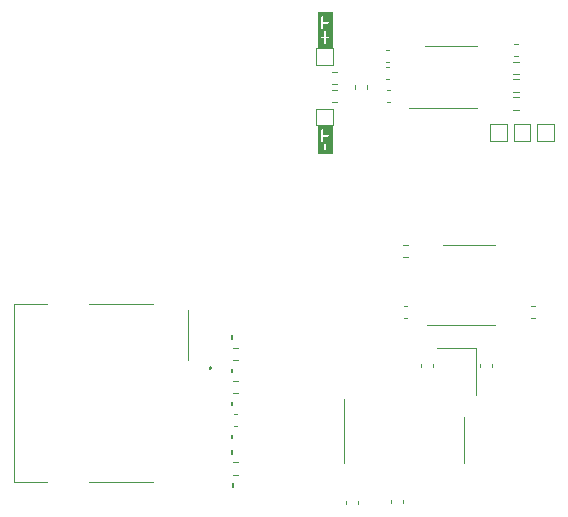
<source format=gbr>
%TF.GenerationSoftware,KiCad,Pcbnew,(7.0.0)*%
%TF.CreationDate,2024-01-17T09:10:34+05:30*%
%TF.ProjectId,Temperature Thing With Thermocouple,54656d70-6572-4617-9475-726520546869,rev?*%
%TF.SameCoordinates,Original*%
%TF.FileFunction,Legend,Bot*%
%TF.FilePolarity,Positive*%
%FSLAX46Y46*%
G04 Gerber Fmt 4.6, Leading zero omitted, Abs format (unit mm)*
G04 Created by KiCad (PCBNEW (7.0.0)) date 2024-01-17 09:10:34*
%MOMM*%
%LPD*%
G01*
G04 APERTURE LIST*
%ADD10C,0.125000*%
%ADD11C,0.120000*%
%ADD12C,0.200000*%
%ADD13C,0.100000*%
G04 APERTURE END LIST*
D10*
G36*
X147935936Y-78387092D02*
G01*
X146665592Y-78387092D01*
X146665592Y-77512317D01*
X146995949Y-77512317D01*
X146996627Y-77522117D01*
X146999133Y-77532856D01*
X147003486Y-77542847D01*
X147009685Y-77552091D01*
X147015244Y-77558235D01*
X147022771Y-77564709D01*
X147032292Y-77570569D01*
X147042607Y-77574607D01*
X147053716Y-77576821D01*
X147062138Y-77577286D01*
X147230422Y-77577286D01*
X147230422Y-77989812D01*
X147231109Y-78000036D01*
X147233169Y-78009641D01*
X147237310Y-78020066D01*
X147243321Y-78029650D01*
X147249961Y-78037195D01*
X147257506Y-78043835D01*
X147267090Y-78049846D01*
X147277515Y-78053987D01*
X147287120Y-78056047D01*
X147297344Y-78056734D01*
X147307577Y-78056047D01*
X147317208Y-78053987D01*
X147327685Y-78049846D01*
X147337344Y-78043835D01*
X147344972Y-78037195D01*
X147351612Y-78029650D01*
X147357623Y-78020066D01*
X147361763Y-78009641D01*
X147363824Y-78000036D01*
X147364511Y-77989812D01*
X147364511Y-77577286D01*
X147537435Y-77577286D01*
X147547768Y-77576616D01*
X147557516Y-77574607D01*
X147568152Y-77570569D01*
X147576635Y-77565658D01*
X147584535Y-77559407D01*
X147585795Y-77558235D01*
X147592518Y-77550816D01*
X147598604Y-77541466D01*
X147602797Y-77531368D01*
X147605096Y-77520522D01*
X147605579Y-77512317D01*
X147604883Y-77502434D01*
X147602314Y-77491620D01*
X147597851Y-77481577D01*
X147591494Y-77472305D01*
X147585795Y-77466155D01*
X147577993Y-77459681D01*
X147569606Y-77454546D01*
X147559084Y-77450248D01*
X147549433Y-77448016D01*
X147539198Y-77447123D01*
X147537435Y-77447104D01*
X147364511Y-77447104D01*
X147364511Y-77024564D01*
X147362481Y-77013790D01*
X147358954Y-77003694D01*
X147353932Y-76994275D01*
X147347414Y-76985535D01*
X147343018Y-76980845D01*
X147334523Y-76973707D01*
X147325280Y-76968322D01*
X147315288Y-76964691D01*
X147304549Y-76962813D01*
X147298077Y-76962526D01*
X147287919Y-76963213D01*
X147278328Y-76965274D01*
X147267854Y-76969415D01*
X147258152Y-76975426D01*
X147250450Y-76982066D01*
X147243643Y-76989785D01*
X147238245Y-76998106D01*
X147234255Y-77007027D01*
X147231673Y-77016550D01*
X147230500Y-77026674D01*
X147230422Y-77030182D01*
X147230422Y-77447104D01*
X147062138Y-77447104D01*
X147052081Y-77447774D01*
X147041084Y-77450248D01*
X147030883Y-77454546D01*
X147021476Y-77460667D01*
X147015244Y-77466155D01*
X147008686Y-77473583D01*
X147002751Y-77482964D01*
X146998662Y-77493117D01*
X146996420Y-77504042D01*
X146995949Y-77512317D01*
X146665592Y-77512317D01*
X146665592Y-76752966D01*
X146995949Y-76752966D01*
X146996635Y-76763116D01*
X146998696Y-76772681D01*
X147002837Y-76783103D01*
X147008848Y-76792730D01*
X147015488Y-76800349D01*
X147023107Y-76806990D01*
X147032734Y-76813000D01*
X147043156Y-76817141D01*
X147052722Y-76819202D01*
X147062871Y-76819889D01*
X147074144Y-76819024D01*
X147084670Y-76816429D01*
X147094447Y-76812105D01*
X147103476Y-76806051D01*
X147108300Y-76801815D01*
X147115769Y-76793568D01*
X147121717Y-76784644D01*
X147126147Y-76775042D01*
X147129057Y-76764762D01*
X147130038Y-76758584D01*
X147130038Y-76478437D01*
X147130313Y-76468167D01*
X147131137Y-76458363D01*
X147132940Y-76446763D01*
X147135602Y-76435890D01*
X147139123Y-76425745D01*
X147143502Y-76416327D01*
X147147623Y-76409316D01*
X147153310Y-76401130D01*
X147160637Y-76392063D01*
X147168514Y-76383820D01*
X147176940Y-76376401D01*
X147185916Y-76369806D01*
X147190610Y-76366818D01*
X147200282Y-76361474D01*
X147210245Y-76356800D01*
X147220500Y-76352796D01*
X147231048Y-76349462D01*
X147241887Y-76346797D01*
X147245565Y-76346058D01*
X147256441Y-76344148D01*
X147266905Y-76342634D01*
X147276958Y-76341515D01*
X147288164Y-76340709D01*
X147298810Y-76340440D01*
X147537923Y-76340440D01*
X147548247Y-76339770D01*
X147557970Y-76337761D01*
X147568554Y-76333724D01*
X147578320Y-76327863D01*
X147586039Y-76321389D01*
X147592680Y-76313970D01*
X147598690Y-76304620D01*
X147602831Y-76294522D01*
X147605102Y-76283676D01*
X147605579Y-76275471D01*
X147604892Y-76265588D01*
X147602354Y-76254774D01*
X147597946Y-76244731D01*
X147591668Y-76235460D01*
X147586039Y-76229309D01*
X147578411Y-76222835D01*
X147568753Y-76216975D01*
X147558276Y-76212938D01*
X147548644Y-76210928D01*
X147538412Y-76210258D01*
X147300519Y-76210258D01*
X147289700Y-76210426D01*
X147278858Y-76210930D01*
X147267993Y-76211770D01*
X147257105Y-76212945D01*
X147246194Y-76214456D01*
X147235261Y-76216303D01*
X147224304Y-76218486D01*
X147213325Y-76221005D01*
X147202353Y-76223921D01*
X147191541Y-76227172D01*
X147180890Y-76230760D01*
X147170399Y-76234683D01*
X147160068Y-76238942D01*
X147149898Y-76243537D01*
X147139888Y-76248467D01*
X147130038Y-76253734D01*
X147130038Y-75793092D01*
X147129351Y-75782851D01*
X147127290Y-75773194D01*
X147123149Y-75762665D01*
X147118112Y-75754273D01*
X147111701Y-75746465D01*
X147110498Y-75745220D01*
X147102871Y-75738580D01*
X147094642Y-75733313D01*
X147084282Y-75728905D01*
X147074751Y-75726616D01*
X147064618Y-75725700D01*
X147062871Y-75725681D01*
X147052722Y-75726368D01*
X147043156Y-75728428D01*
X147032734Y-75732569D01*
X147023107Y-75738580D01*
X147015488Y-75745220D01*
X147008848Y-75752839D01*
X147002837Y-75762466D01*
X146998696Y-75772888D01*
X146996635Y-75782454D01*
X146995949Y-75792603D01*
X146995949Y-76752966D01*
X146665592Y-76752966D01*
X146665592Y-75395325D01*
X147935936Y-75395325D01*
X147935936Y-78387092D01*
G37*
G36*
X147935936Y-87414028D02*
G01*
X146665592Y-87414028D01*
X146665592Y-87016504D01*
X147237016Y-87016504D01*
X147237703Y-87026736D01*
X147239764Y-87036367D01*
X147243905Y-87046844D01*
X147249915Y-87056503D01*
X147256556Y-87064131D01*
X147264100Y-87070771D01*
X147273684Y-87076782D01*
X147284109Y-87080923D01*
X147293715Y-87082983D01*
X147303939Y-87083670D01*
X147314171Y-87082975D01*
X147323803Y-87080888D01*
X147334280Y-87076696D01*
X147343938Y-87070610D01*
X147351566Y-87063887D01*
X147358206Y-87056268D01*
X147364217Y-87046640D01*
X147368358Y-87036219D01*
X147370419Y-87026653D01*
X147371106Y-87016504D01*
X147371106Y-86597871D01*
X147369064Y-86587204D01*
X147365502Y-86577215D01*
X147360422Y-86567903D01*
X147353822Y-86559270D01*
X147349368Y-86554640D01*
X147340766Y-86547598D01*
X147331416Y-86542285D01*
X147321318Y-86538702D01*
X147310472Y-86536849D01*
X147303939Y-86536566D01*
X147293715Y-86537253D01*
X147284109Y-86539314D01*
X147273684Y-86543455D01*
X147264100Y-86549466D01*
X147256556Y-86556106D01*
X147249915Y-86563725D01*
X147243905Y-86573352D01*
X147239764Y-86583774D01*
X147237703Y-86593340D01*
X147237016Y-86603489D01*
X147237016Y-87016504D01*
X146665592Y-87016504D01*
X146665592Y-86327006D01*
X146995949Y-86327006D01*
X146996635Y-86337156D01*
X146998696Y-86346721D01*
X147002837Y-86357143D01*
X147008848Y-86366770D01*
X147015488Y-86374389D01*
X147023107Y-86381030D01*
X147032734Y-86387040D01*
X147043156Y-86391181D01*
X147052722Y-86393242D01*
X147062871Y-86393929D01*
X147074144Y-86393064D01*
X147084670Y-86390469D01*
X147094447Y-86386145D01*
X147103476Y-86380091D01*
X147108300Y-86375855D01*
X147115769Y-86367608D01*
X147121717Y-86358684D01*
X147126147Y-86349082D01*
X147129057Y-86338802D01*
X147130038Y-86332624D01*
X147130038Y-86052477D01*
X147130313Y-86042207D01*
X147131137Y-86032403D01*
X147132940Y-86020803D01*
X147135602Y-86009930D01*
X147139123Y-85999785D01*
X147143502Y-85990367D01*
X147147623Y-85983356D01*
X147153310Y-85975170D01*
X147160637Y-85966103D01*
X147168514Y-85957860D01*
X147176940Y-85950441D01*
X147185916Y-85943846D01*
X147190610Y-85940858D01*
X147200282Y-85935514D01*
X147210245Y-85930840D01*
X147220500Y-85926836D01*
X147231048Y-85923502D01*
X147241887Y-85920837D01*
X147245565Y-85920098D01*
X147256441Y-85918188D01*
X147266905Y-85916674D01*
X147276958Y-85915555D01*
X147288164Y-85914749D01*
X147298810Y-85914480D01*
X147537923Y-85914480D01*
X147548247Y-85913810D01*
X147557970Y-85911801D01*
X147568554Y-85907764D01*
X147578320Y-85901903D01*
X147586039Y-85895429D01*
X147592680Y-85888010D01*
X147598690Y-85878660D01*
X147602831Y-85868562D01*
X147605102Y-85857716D01*
X147605579Y-85849511D01*
X147604892Y-85839628D01*
X147602354Y-85828814D01*
X147597946Y-85818771D01*
X147591668Y-85809500D01*
X147586039Y-85803349D01*
X147578411Y-85796875D01*
X147568753Y-85791015D01*
X147558276Y-85786978D01*
X147548644Y-85784968D01*
X147538412Y-85784298D01*
X147300519Y-85784298D01*
X147289700Y-85784466D01*
X147278858Y-85784970D01*
X147267993Y-85785810D01*
X147257105Y-85786985D01*
X147246194Y-85788496D01*
X147235261Y-85790343D01*
X147224304Y-85792526D01*
X147213325Y-85795045D01*
X147202353Y-85797961D01*
X147191541Y-85801212D01*
X147180890Y-85804800D01*
X147170399Y-85808723D01*
X147160068Y-85812982D01*
X147149898Y-85817577D01*
X147139888Y-85822507D01*
X147130038Y-85827774D01*
X147130038Y-85367132D01*
X147129351Y-85356891D01*
X147127290Y-85347234D01*
X147123149Y-85336705D01*
X147118112Y-85328313D01*
X147111701Y-85320505D01*
X147110498Y-85319260D01*
X147102871Y-85312620D01*
X147094642Y-85307353D01*
X147084282Y-85302945D01*
X147074751Y-85300656D01*
X147064618Y-85299740D01*
X147062871Y-85299721D01*
X147052722Y-85300408D01*
X147043156Y-85302468D01*
X147032734Y-85306609D01*
X147023107Y-85312620D01*
X147015488Y-85319260D01*
X147008848Y-85326879D01*
X147002837Y-85336506D01*
X146998696Y-85346928D01*
X146996635Y-85356494D01*
X146995949Y-85366643D01*
X146995949Y-86327006D01*
X146665592Y-86327006D01*
X146665592Y-84969365D01*
X147935936Y-84969365D01*
X147935936Y-87414028D01*
G37*
D11*
%TO.C,R3*%
X147860956Y-81927500D02*
X148335472Y-81927500D01*
X147860956Y-82972500D02*
X148335472Y-82972500D01*
%TO.C,TP9*%
X147975000Y-79850000D02*
X147975000Y-78450000D01*
X147975000Y-78450000D02*
X146575000Y-78450000D01*
X146575000Y-79850000D02*
X147975000Y-79850000D01*
X146575000Y-78450000D02*
X146575000Y-79850000D01*
%TO.C,R7*%
X139942258Y-114522500D02*
X139467742Y-114522500D01*
X139942258Y-113477500D02*
X139467742Y-113477500D01*
%TO.C,C1*%
X152715580Y-79560000D02*
X152434420Y-79560000D01*
X152715580Y-78540000D02*
X152434420Y-78540000D01*
%TO.C,R9*%
X139942258Y-107622500D02*
X139467742Y-107622500D01*
X139942258Y-106577500D02*
X139467742Y-106577500D01*
%TO.C,U1*%
X159060000Y-111600000D02*
X159060000Y-109650000D01*
X159060000Y-111600000D02*
X159060000Y-113550000D01*
X148940000Y-111600000D02*
X148940000Y-108150000D01*
X148940000Y-111600000D02*
X148940000Y-113550000D01*
D12*
%TO.C,RV5*%
X139405000Y-108350000D02*
X139405000Y-108650000D01*
D11*
%TO.C,R8*%
X139467742Y-103777500D02*
X139942258Y-103777500D01*
X139467742Y-104822500D02*
X139942258Y-104822500D01*
D12*
%TO.C,RV2*%
X139405000Y-112450000D02*
X139405000Y-112750000D01*
%TO.C,RV4*%
X139405000Y-105550000D02*
X139405000Y-105850000D01*
D11*
%TO.C,C5*%
X164759420Y-100290000D02*
X165040580Y-100290000D01*
X164759420Y-101310000D02*
X165040580Y-101310000D01*
D13*
%TO.C,U5*%
X120975000Y-115125000D02*
X120975000Y-100075000D01*
X123725000Y-115125000D02*
X120975000Y-115125000D01*
X132725000Y-115125000D02*
X127300000Y-115125000D01*
D12*
X137600000Y-105600000D02*
X137600000Y-105600000D01*
X137600000Y-105400000D02*
X137600000Y-105400000D01*
D13*
X135725000Y-104800000D02*
X135725000Y-100600000D01*
X120975000Y-100075000D02*
X123725000Y-100075000D01*
X132725000Y-100075000D02*
X127300000Y-100075000D01*
D12*
X137600000Y-105400000D02*
G75*
G03*
X137600000Y-105600000I0J-100000D01*
G01*
X137600000Y-105600000D02*
G75*
G03*
X137600000Y-105400000I0J100000D01*
G01*
D11*
%TO.C,TP6*%
X164675000Y-86250000D02*
X164675000Y-84850000D01*
X164675000Y-84850000D02*
X163275000Y-84850000D01*
X163275000Y-86250000D02*
X164675000Y-86250000D01*
X163275000Y-84850000D02*
X163275000Y-86250000D01*
%TO.C,TP5*%
X162675000Y-86250000D02*
X162675000Y-84850000D01*
X162675000Y-84850000D02*
X161275000Y-84850000D01*
X161275000Y-86250000D02*
X162675000Y-86250000D01*
X161275000Y-84850000D02*
X161275000Y-86250000D01*
%TO.C,C16*%
X139564420Y-109390000D02*
X139845580Y-109390000D01*
X139564420Y-110410000D02*
X139845580Y-110410000D01*
D12*
%TO.C,RV1*%
X139405000Y-111150000D02*
X139405000Y-111450000D01*
D11*
%TO.C,U3*%
X159500000Y-95115000D02*
X157300000Y-95115000D01*
X159500000Y-95115000D02*
X161700000Y-95115000D01*
X159500000Y-101885000D02*
X155900000Y-101885000D01*
X159500000Y-101885000D02*
X161700000Y-101885000D01*
D12*
%TO.C,RV3*%
X139405000Y-102750000D02*
X139405000Y-103050000D01*
D11*
%TO.C,C7*%
X150870714Y-81559420D02*
X150870714Y-81840580D01*
X149850714Y-81559420D02*
X149850714Y-81840580D01*
%TO.C,C6*%
X152434420Y-80040000D02*
X152715580Y-80040000D01*
X152434420Y-81060000D02*
X152715580Y-81060000D01*
D12*
%TO.C,RV6*%
X139505000Y-115250000D02*
X139505000Y-115550000D01*
D11*
%TO.C,TP13*%
X147975000Y-84950000D02*
X147975000Y-83550000D01*
X147975000Y-83550000D02*
X146575000Y-83550000D01*
X146575000Y-84950000D02*
X147975000Y-84950000D01*
X146575000Y-83550000D02*
X146575000Y-84950000D01*
%TO.C,U2*%
X157998214Y-78240000D02*
X155798214Y-78240000D01*
X157998214Y-78240000D02*
X160198214Y-78240000D01*
X157998214Y-83460000D02*
X154398214Y-83460000D01*
X157998214Y-83460000D02*
X160198214Y-83460000D01*
%TO.C,R5*%
X163712258Y-82122500D02*
X163237742Y-82122500D01*
X163712258Y-81077500D02*
X163237742Y-81077500D01*
%TO.C,R4*%
X163712258Y-83622500D02*
X163237742Y-83622500D01*
X163712258Y-82577500D02*
X163237742Y-82577500D01*
%TO.C,TP7*%
X166675000Y-86250000D02*
X166675000Y-84850000D01*
X166675000Y-84850000D02*
X165275000Y-84850000D01*
X165275000Y-86250000D02*
X166675000Y-86250000D01*
X165275000Y-84850000D02*
X165275000Y-86250000D01*
%TO.C,R6*%
X163712258Y-80622500D02*
X163237742Y-80622500D01*
X163712258Y-79577500D02*
X163237742Y-79577500D01*
%TO.C,C4*%
X149095000Y-117015580D02*
X149095000Y-116734420D01*
X150115000Y-117015580D02*
X150115000Y-116734420D01*
%TO.C,C2*%
X163334420Y-78090000D02*
X163615580Y-78090000D01*
X163334420Y-79110000D02*
X163615580Y-79110000D01*
%TO.C,C10*%
X152801294Y-82960000D02*
X152520134Y-82960000D01*
X152801294Y-81940000D02*
X152520134Y-81940000D01*
%TO.C,C9*%
X153910000Y-116659420D02*
X153910000Y-116940580D01*
X152890000Y-116659420D02*
X152890000Y-116940580D01*
%TO.C,R1*%
X153862742Y-95077500D02*
X154337258Y-95077500D01*
X153862742Y-96122500D02*
X154337258Y-96122500D01*
%TO.C,Y1*%
X160055000Y-103775000D02*
X160055000Y-107775000D01*
X156755000Y-103775000D02*
X160055000Y-103775000D01*
%TO.C,C3*%
X154240580Y-101310000D02*
X153959420Y-101310000D01*
X154240580Y-100290000D02*
X153959420Y-100290000D01*
%TO.C,R2*%
X147860956Y-80427500D02*
X148335472Y-80427500D01*
X147860956Y-81472500D02*
X148335472Y-81472500D01*
%TO.C,C8*%
X156410000Y-105134420D02*
X156410000Y-105415580D01*
X155390000Y-105134420D02*
X155390000Y-105415580D01*
%TO.C,C11*%
X160390000Y-105415580D02*
X160390000Y-105134420D01*
X161410000Y-105415580D02*
X161410000Y-105134420D01*
%TD*%
M02*

</source>
